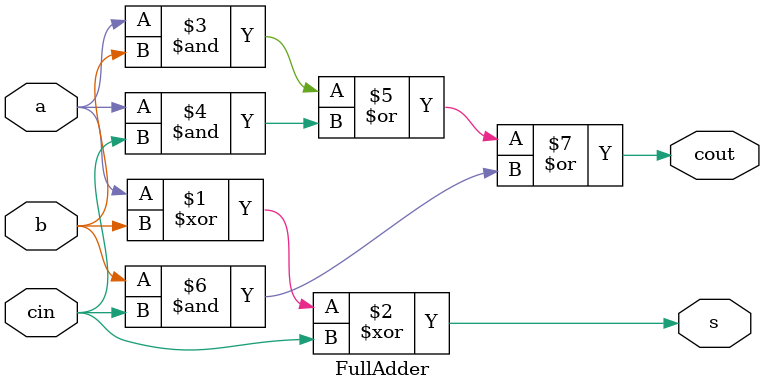
<source format=v>
module FullAdder(a, b, cin, s, cout);
  // define inputs and outputs
  input a, b, cin;
  output s, cout;
  
  // calculate 1 bit addition
  assign s = a ^ b ^ cin;  // sum
  assign cout = (a & b) | (a & cin) | (b & cin);  // carry out
  
endmodule
</source>
